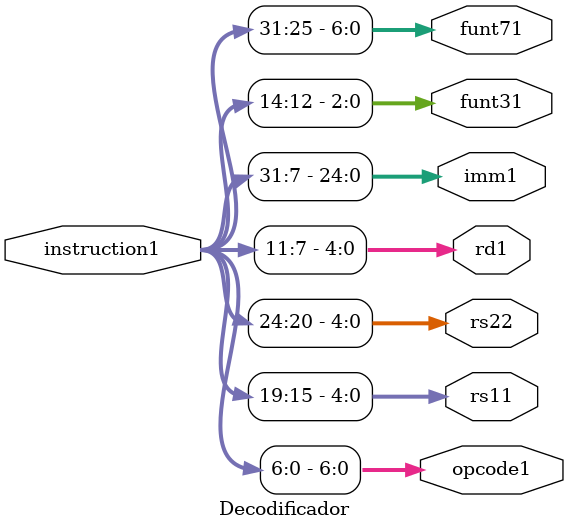
<source format=v>
module Decodificador(
    input [31:0] instruction1,        // Instrucción completa
    output reg [6:0] opcode1,         // Opcode de la instrucción
    output reg [4:0] rs11,            // Registro fuente 1
    output reg [4:0] rs22,            // Registro fuente 2 (para R-type)
    output reg [4:0] rd1,             // Registro destino
    output reg [24:0] imm1,
	 output reg [2:0] funt31,
	 output reg [6:0] funt71           // Desplazamiento inmediato (para I-type, S-type, B-type)
);

    always @(*) begin
        // Inicializar registros a 0
        opcode1 = instruction1[6:0];     // Extraer el opcode
        rs11 = instruction1[19:15];       // Extraer rs1
        rs22 = instruction1[24:20];       // Extraer rs2 (solo para R-type)
        rd1 = instruction1[11:7];         // Extraer rd
		  funt31 = instruction1[14:12];
		  funt71 = instruction1[31:25];
		  imm1 = instruction1[31:7];
        
    end
endmodule

</source>
